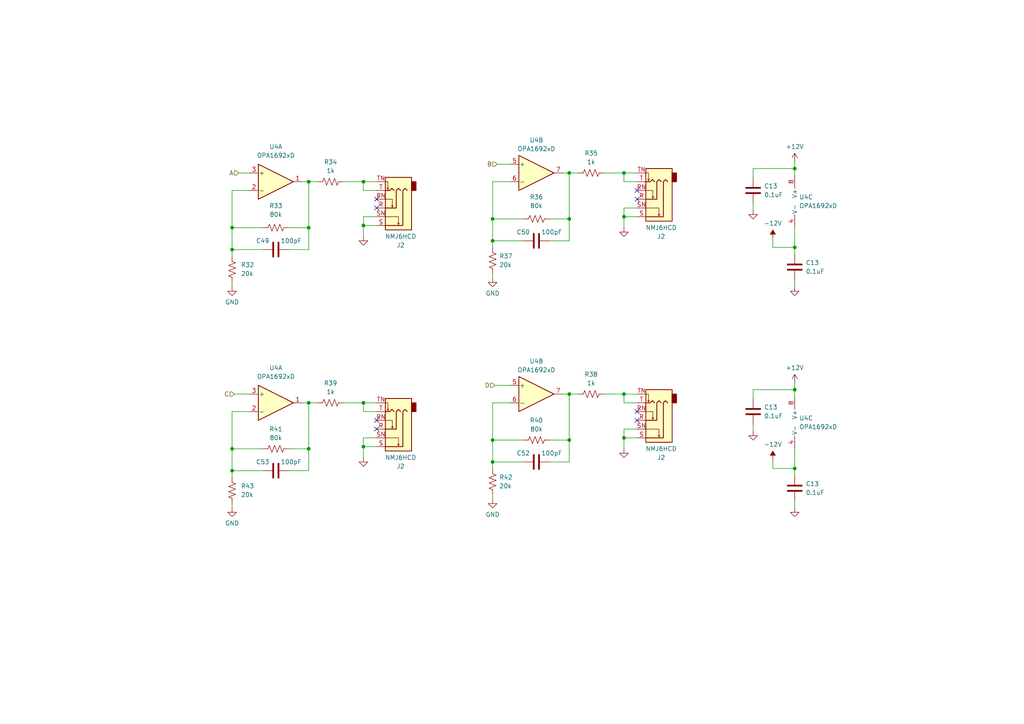
<source format=kicad_sch>
(kicad_sch (version 20230121) (generator eeschema)
  (paper "A4")
  (lib_symbols
    (symbol "Amplifier_Operational:OPA1692xD" (pin_names (offset 0.127))
      (property "Reference" "U" (at 2.54 6.35 0))
      (property "Value" "OPA1692xD" (at 2.54 3.81 0))
      (symbol "OPA1692xD_1_1"
        (polyline (pts (xy 5.08 0) (xy -5.08 5.08) (xy -5.08 -5.08) (xy 5.08 0)) (stroke (width 0.254)) (fill (type background)))
        (pin output line (at 7.62 0 180) (length 2.54) (name "~") (number "1"))
        (pin input line (at -7.62 -2.54 0) (length 2.54) (name "-") (number "2"))
        (pin input line (at -7.62 2.54 0) (length 2.54) (name "+") (number "3"))
      )
      (symbol "OPA1692xD_2_1"
        (polyline (pts (xy 5.08 0) (xy -5.08 5.08) (xy -5.08 -5.08) (xy 5.08 0)) (stroke (width 0.254)) (fill (type background)))
        (pin input line (at -7.62 2.54 0) (length 2.54) (name "+") (number "5"))
        (pin input line (at -7.62 -2.54 0) (length 2.54) (name "-") (number "6"))
        (pin output line (at 7.62 0 180) (length 2.54) (name "~") (number "7"))
      )
      (symbol "OPA1692xD_3_1"
        (pin power_in line (at 0 -7.62 90) (length 3.81) (name "V-") (number "4"))
        (pin power_in line (at 0 7.62 270) (length 3.81) (name "V+") (number "8"))
      )
    )
    (symbol "Connector_Audio:AudioJack3_Switch"
      (property "Reference" "J" (at 0 11.43 0))
      (property "Value" "AudioJack3_Switch" (at 0 8.89 0))
      (symbol "AudioJack3_Switch_0_1"
        (rectangle (start -5.08 -5.08) (end -6.35 -7.62) (stroke (width 0.254)) (fill (type outline)))
        (polyline (pts (xy -1.27 4.826) (xy -1.016 4.318)))
        (polyline (pts (xy 0.508 -0.254) (xy 0.762 -0.762)))
        (polyline (pts (xy 1.778 -5.334) (xy 2.032 -5.842)))
        (polyline (pts (xy 0 -5.08) (xy 0.635 -5.715) (xy 1.27 -5.08) (xy 2.54 -5.08)) (stroke (width 0.254)))
        (polyline (pts (xy 2.54 -7.62) (xy 1.778 -7.62) (xy 1.778 -5.334) (xy 1.524 -5.842)))
        (polyline (pts (xy 2.54 -2.54) (xy 0.508 -2.54) (xy 0.508 -0.254) (xy 0.254 -0.762)))
        (polyline (pts (xy 2.54 2.54) (xy -1.27 2.54) (xy -1.27 4.826) (xy -1.524 4.318)))
        (polyline (pts (xy -1.905 -5.08) (xy -1.27 -5.715) (xy -0.635 -5.08) (xy -0.635 0) (xy 2.54 0)) (stroke (width 0.254)))
        (polyline (pts (xy 2.54 5.08) (xy -2.54 5.08) (xy -2.54 -5.08) (xy -3.175 -5.715) (xy -3.81 -5.08)) (stroke (width 0.254)))
        (rectangle (start 2.54 6.35) (end -5.08 -8.89) (stroke (width 0.254)) (fill (type background)))
      )
      (symbol "AudioJack3_Switch_1_1"
        (pin passive line (at 5.08 0 180) (length 2.54) (name "~") (number "R"))
        (pin passive line (at 5.08 -2.54 180) (length 2.54) (name "~") (number "RN"))
        (pin passive line (at 5.08 5.08 180) (length 2.54) (name "~") (number "S"))
        (pin passive line (at 5.08 2.54 180) (length 2.54) (name "~") (number "SN"))
        (pin passive line (at 5.08 -5.08 180) (length 2.54) (name "~") (number "T"))
        (pin passive line (at 5.08 -7.62 180) (length 2.54) (name "~") (number "TN"))
      )
    )
    (symbol "Device:C" (pin_numbers hide) (pin_names (offset 0.254))
      (property "Reference" "C" (at 0.635 2.54 0))
      (property "Value" "C" (at 0.635 -2.54 0))
      (symbol "C_0_1"
        (polyline (pts (xy -2.032 -0.762) (xy 2.032 -0.762)) (stroke (width 0.508)))
        (polyline (pts (xy -2.032 0.762) (xy 2.032 0.762)) (stroke (width 0.508)))
      )
      (symbol "C_1_1"
        (pin passive line (at 0 3.81 270) (length 2.794) (name "~") (number "1"))
        (pin passive line (at 0 -3.81 90) (length 2.794) (name "~") (number "2"))
      )
    )
    (symbol "Device:R_US" (pin_numbers hide) (pin_names (offset 0))
      (property "Reference" "R" (at 2.54 0 90))
      (property "Value" "R_US" (at -2.54 0 90))
      (symbol "R_US_0_1"
        (polyline (pts (xy 0 -2.286) (xy 0 -2.54)))
        (polyline (pts (xy 0 2.286) (xy 0 2.54)))
        (polyline (pts (xy 0 -0.762) (xy 1.016 -1.143) (xy 0 -1.524) (xy -1.016 -1.905) (xy 0 -2.286)))
        (polyline (pts (xy 0 0.762) (xy 1.016 0.381) (xy 0 0) (xy -1.016 -0.381) (xy 0 -0.762)))
        (polyline (pts (xy 0 2.286) (xy 1.016 1.905) (xy 0 1.524) (xy -1.016 1.143) (xy 0 0.762)))
      )
      (symbol "R_US_1_1"
        (pin passive line (at 0 3.81 270) (length 1.27) (name "~") (number "1"))
        (pin passive line (at 0 -3.81 90) (length 1.27) (name "~") (number "2"))
      )
    )
    (symbol "power:+12V" (power) (pin_names (offset 0))
      (property "Value" "+12V" (at 0 3.556 0))
      (symbol "+12V_0_1"
        (polyline (pts (xy -0.762 1.27) (xy 0 2.54)))
        (polyline (pts (xy 0 0) (xy 0 2.54)))
        (polyline (pts (xy 0 2.54) (xy 0.762 1.27)))
      )
      (symbol "+12V_1_1"
        (pin power_in line (at 0 0 90) (length 0) hide (name "+12V") (number "1"))
      )
    )
    (symbol "power:-12V" (power) (pin_names (offset 0))
      (property "Value" "-12V" (at 0 3.81 0))
      (symbol "-12V_0_0"
        (pin power_in line (at 0 0 90) (length 0) hide (name "-12V") (number "1"))
      )
      (symbol "-12V_0_1"
        (polyline (pts (xy 0 0) (xy 0 1.27) (xy 0.762 1.27) (xy 0 2.54) (xy -0.762 1.27) (xy 0 1.27)) (fill (type outline)))
      )
    )
    (symbol "power:GND" (power) (pin_names (offset 0))
      (property "Value" "GND" (at 0 -3.81 0))
      (symbol "GND_0_1"
        (polyline (pts (xy 0 0) (xy 0 -1.27) (xy 1.27 -1.27) (xy 0 -2.54) (xy -1.27 -1.27) (xy 0 -1.27)))
      )
      (symbol "GND_1_1"
        (pin power_in line (at 0 0 270) (length 0) hide (name "GND") (number "1"))
      )
    )
  )
  (junction (at 165.1 114.3))
  (junction (at 142.875 133.985))
  (junction (at 142.875 127.635))
  (junction (at 180.975 62.865))
  (junction (at 105.41 65.405))
  (junction (at 142.875 63.5))
  (junction (at 142.875 69.85))
  (junction (at 67.31 66.04))
  (junction (at 165.1 50.165))
  (junction (at 165.1 127.635))
  (junction (at 180.975 50.165))
  (junction (at 105.41 129.54))
  (junction (at 230.505 135.89))
  (junction (at 230.505 113.03))
  (junction (at 67.31 130.175))
  (junction (at 89.535 130.175))
  (junction (at 230.505 71.755))
  (junction (at 67.31 72.39))
  (junction (at 89.535 116.84))
  (junction (at 67.31 136.525))
  (junction (at 89.535 52.705))
  (junction (at 230.505 48.895))
  (junction (at 180.975 127))
  (junction (at 165.1 63.5))
  (junction (at 105.41 52.705))
  (junction (at 89.535 66.04))
  (junction (at 180.975 114.3))
  (junction (at 105.41 116.84))
  (no_connect (at 184.785 57.785))
  (no_connect (at 184.785 119.38))
  (no_connect (at 109.22 60.325))
  (no_connect (at 184.785 121.92))
  (no_connect (at 109.22 121.92))
  (no_connect (at 109.22 57.785))
  (no_connect (at 109.22 124.46))
  (no_connect (at 184.785 55.245))
  (wire (pts (xy 142.875 143.51) (xy 142.875 144.78)))
  (wire (pts (xy 218.44 123.19) (xy 218.44 125.095)))
  (wire (pts (xy 142.875 69.85) (xy 151.765 69.85)))
  (wire (pts (xy 142.875 116.84) (xy 142.875 127.635)))
  (wire (pts (xy 142.875 127.635) (xy 142.875 133.985)))
  (wire (pts (xy 89.535 72.39) (xy 83.82 72.39)))
  (wire (pts (xy 184.785 116.84) (xy 180.975 116.84)))
  (wire (pts (xy 165.1 69.85) (xy 165.1 63.5)))
  (wire (pts (xy 76.2 130.175) (xy 67.31 130.175)))
  (wire (pts (xy 163.195 114.3) (xy 165.1 114.3)))
  (wire (pts (xy 99.695 52.705) (xy 105.41 52.705)))
  (wire (pts (xy 230.505 135.89) (xy 230.505 137.795)))
  (wire (pts (xy 89.535 130.175) (xy 83.82 130.175)))
  (wire (pts (xy 142.875 133.985) (xy 142.875 135.89)))
  (wire (pts (xy 224.155 71.755) (xy 224.155 69.215)))
  (wire (pts (xy 230.505 46.99) (xy 230.505 48.895)))
  (wire (pts (xy 109.22 116.84) (xy 105.41 116.84)))
  (wire (pts (xy 67.31 146.05) (xy 67.31 147.32)))
  (wire (pts (xy 180.975 52.705) (xy 180.975 50.165)))
  (wire (pts (xy 87.63 52.705) (xy 89.535 52.705)))
  (wire (pts (xy 105.41 127) (xy 105.41 129.54)))
  (wire (pts (xy 109.22 127) (xy 105.41 127)))
  (wire (pts (xy 67.31 72.39) (xy 67.31 74.295)))
  (wire (pts (xy 105.41 55.245) (xy 105.41 52.705)))
  (wire (pts (xy 89.535 66.04) (xy 83.82 66.04)))
  (wire (pts (xy 218.44 48.895) (xy 230.505 48.895)))
  (wire (pts (xy 230.505 66.04) (xy 230.505 71.755)))
  (wire (pts (xy 184.785 62.865) (xy 180.975 62.865)))
  (wire (pts (xy 89.535 66.04) (xy 89.535 72.39)))
  (wire (pts (xy 175.26 114.3) (xy 180.975 114.3)))
  (wire (pts (xy 142.875 63.5) (xy 142.875 69.85)))
  (wire (pts (xy 144.145 47.625) (xy 147.955 47.625)))
  (wire (pts (xy 184.785 52.705) (xy 180.975 52.705)))
  (wire (pts (xy 105.41 65.405) (xy 105.41 68.58)))
  (wire (pts (xy 230.505 113.03) (xy 230.505 114.935)))
  (wire (pts (xy 109.22 65.405) (xy 105.41 65.405)))
  (wire (pts (xy 89.535 116.84) (xy 89.535 130.175)))
  (wire (pts (xy 109.22 62.865) (xy 105.41 62.865)))
  (wire (pts (xy 67.31 66.04) (xy 67.31 72.39)))
  (wire (pts (xy 99.695 116.84) (xy 105.41 116.84)))
  (wire (pts (xy 165.1 50.165) (xy 165.1 63.5)))
  (wire (pts (xy 159.385 127.635) (xy 165.1 127.635)))
  (wire (pts (xy 165.1 114.3) (xy 165.1 127.635)))
  (wire (pts (xy 89.535 52.705) (xy 89.535 66.04)))
  (wire (pts (xy 142.875 133.985) (xy 151.765 133.985)))
  (wire (pts (xy 89.535 116.84) (xy 92.075 116.84)))
  (wire (pts (xy 142.875 69.85) (xy 142.875 71.755)))
  (wire (pts (xy 218.44 59.055) (xy 218.44 60.96)))
  (wire (pts (xy 224.155 135.89) (xy 224.155 133.35)))
  (wire (pts (xy 180.975 60.325) (xy 180.975 62.865)))
  (wire (pts (xy 230.505 81.28) (xy 230.505 83.185)))
  (wire (pts (xy 165.1 50.165) (xy 167.64 50.165)))
  (wire (pts (xy 180.975 116.84) (xy 180.975 114.3)))
  (wire (pts (xy 159.385 133.985) (xy 165.1 133.985)))
  (wire (pts (xy 89.535 130.175) (xy 89.535 136.525)))
  (wire (pts (xy 159.385 69.85) (xy 165.1 69.85)))
  (wire (pts (xy 151.765 127.635) (xy 142.875 127.635)))
  (wire (pts (xy 147.955 116.84) (xy 142.875 116.84)))
  (wire (pts (xy 230.505 71.755) (xy 224.155 71.755)))
  (wire (pts (xy 69.215 50.165) (xy 72.39 50.165)))
  (wire (pts (xy 109.22 52.705) (xy 105.41 52.705)))
  (wire (pts (xy 230.505 135.89) (xy 224.155 135.89)))
  (wire (pts (xy 67.31 72.39) (xy 76.2 72.39)))
  (wire (pts (xy 109.22 119.38) (xy 105.41 119.38)))
  (wire (pts (xy 159.385 63.5) (xy 165.1 63.5)))
  (wire (pts (xy 142.875 79.375) (xy 142.875 80.645)))
  (wire (pts (xy 184.785 114.3) (xy 180.975 114.3)))
  (wire (pts (xy 230.505 130.175) (xy 230.505 135.89)))
  (wire (pts (xy 230.505 111.125) (xy 230.505 113.03)))
  (wire (pts (xy 147.955 52.705) (xy 142.875 52.705)))
  (wire (pts (xy 165.1 133.985) (xy 165.1 127.635)))
  (wire (pts (xy 180.975 62.865) (xy 180.975 66.04)))
  (wire (pts (xy 105.41 129.54) (xy 105.41 132.715)))
  (wire (pts (xy 184.785 124.46) (xy 180.975 124.46)))
  (wire (pts (xy 142.875 52.705) (xy 142.875 63.5)))
  (wire (pts (xy 67.31 81.915) (xy 67.31 83.185)))
  (wire (pts (xy 109.22 55.245) (xy 105.41 55.245)))
  (wire (pts (xy 89.535 52.705) (xy 92.075 52.705)))
  (wire (pts (xy 76.2 66.04) (xy 67.31 66.04)))
  (wire (pts (xy 218.44 113.03) (xy 230.505 113.03)))
  (wire (pts (xy 180.975 127) (xy 180.975 130.175)))
  (wire (pts (xy 175.26 50.165) (xy 180.975 50.165)))
  (wire (pts (xy 67.31 136.525) (xy 67.31 138.43)))
  (wire (pts (xy 143.51 111.76) (xy 147.955 111.76)))
  (wire (pts (xy 218.44 51.435) (xy 218.44 48.895)))
  (wire (pts (xy 67.31 119.38) (xy 67.31 130.175)))
  (wire (pts (xy 67.31 130.175) (xy 67.31 136.525)))
  (wire (pts (xy 67.31 55.245) (xy 67.31 66.04)))
  (wire (pts (xy 218.44 115.57) (xy 218.44 113.03)))
  (wire (pts (xy 184.785 127) (xy 180.975 127)))
  (wire (pts (xy 180.975 124.46) (xy 180.975 127)))
  (wire (pts (xy 105.41 62.865) (xy 105.41 65.405)))
  (wire (pts (xy 87.63 116.84) (xy 89.535 116.84)))
  (wire (pts (xy 230.505 48.895) (xy 230.505 50.8)))
  (wire (pts (xy 165.1 114.3) (xy 167.64 114.3)))
  (wire (pts (xy 151.765 63.5) (xy 142.875 63.5)))
  (wire (pts (xy 230.505 145.415) (xy 230.505 147.32)))
  (wire (pts (xy 230.505 71.755) (xy 230.505 73.66)))
  (wire (pts (xy 184.785 50.165) (xy 180.975 50.165)))
  (wire (pts (xy 105.41 119.38) (xy 105.41 116.84)))
  (wire (pts (xy 72.39 119.38) (xy 67.31 119.38)))
  (wire (pts (xy 72.39 55.245) (xy 67.31 55.245)))
  (wire (pts (xy 109.22 129.54) (xy 105.41 129.54)))
  (wire (pts (xy 89.535 136.525) (xy 83.82 136.525)))
  (wire (pts (xy 67.945 114.3) (xy 72.39 114.3)))
  (wire (pts (xy 67.31 136.525) (xy 76.2 136.525)))
  (wire (pts (xy 184.785 60.325) (xy 180.975 60.325)))
  (wire (pts (xy 163.195 50.165) (xy 165.1 50.165)))
  (hierarchical_label "D" (shape input) (at 143.51 111.76 180))
  (hierarchical_label "A" (shape input) (at 69.215 50.165 180))
  (hierarchical_label "B" (shape input) (at 144.145 47.625 180))
  (hierarchical_label "C" (shape input) (at 67.945 114.3 180))
  (symbol (lib_id "Device:R_US") (at 67.31 142.24 0) (unit 1)
    (property "Reference" "R43" (at 69.85 140.97 0) (effects (justify left)))
    (property "Value" "20k" (at 69.85 143.51 0) (effects (justify left)))
  )
  (symbol (lib_id "power:GND") (at 67.31 147.32 0) (unit 1)
    (property "Reference" "#PWR0100" (effects hide))
    (property "Value" "GND" (at 67.31 151.765 0))
  )
  (symbol (lib_id "Device:R_US") (at 80.01 66.04 270) (unit 1)
    (property "Reference" "R33" (at 80.01 59.69 90))
    (property "Value" "80k" (at 80.01 62.23 90))
  )
  (symbol (lib_id "Device:C") (at 230.505 141.605 0) (unit 1)
    (property "Reference" "C13" (at 233.68 140.335 0) (effects (justify left)))
    (property "Value" "0.1uF" (at 233.68 142.875 0) (effects (justify left)))
    (property "Footprint" "Capacitor_SMD:C_0805_2012Metric_Pad1.18x1.45mm_HandSolder" (effects hide))
    (property "DK PN" "1276-1003-1-ND" (effects hide))
    (property "MPN" "CL21B104KBCNNNC" (effects hide))
    (instances (project "Quad Joystick Mixer" (path "" (reference "C13") (unit 1)) (path "" (reference "C11") (unit 1)) (path "" (reference "C30") (unit 1)) (path "" (reference "C9") (unit 1)) (path "" (reference "C54") (unit 1))))
  )
  (symbol (lib_id "power:GND") (at 218.44 125.095 0) (unit 1)
    (property "Reference" "#PWR046" (effects hide))
    (property "Value" "GND" (effects hide))
    (instances (project "Quad Joystick Mixer" (path "" (reference "#PWR046") (unit 1)) (path "" (reference "#PWR048") (unit 1)) (path "" (reference "#PWR095") (unit 1))))
  )
  (symbol (lib_id "power:GND") (at 142.875 144.78 0) (unit 1)
    (property "Reference" "#PWR099" (effects hide))
    (property "Value" "GND" (at 142.875 149.225 0))
  )
  (symbol (lib_id "Device:R_US") (at 95.885 116.84 270) (unit 1)
    (property "Reference" "R39" (at 95.885 111.125 90))
    (property "Value" "1k" (at 95.885 113.665 90))
  )
  (symbol (lib_id "Amplifier_Operational:OPA1692xD") (at 230.505 58.42 0) (unit 3)
    (property "Reference" "U4" (at 231.775 57.15 0) (effects (justify left)))
    (property "Value" "OPA1692xD" (at 231.775 59.69 0) (effects (justify left)))
    (property "Footprint" "Package_SO:SOIC-8_3.9x4.9mm_P1.27mm" (effects hide))
    (property "Datasheet" "https://www.ti.com/lit/ds/symlink/opa1692.pdf" (effects hide))
    (instances (project "Quad Joystick Mixer" (path "" (reference "U4") (unit 3)) (path "" (reference "U6") (unit 3)) (path "" (reference "U11") (unit 3))))
  )
  (symbol (lib_id "power:+12V") (at 230.505 46.99 0) (unit 1)
    (property "Reference" "#PWR040" (effects hide))
    (property "Value" "+12V" (at 230.505 42.545 0))
    (instances (project "Quad Joystick Mixer" (path "" (reference "#PWR040") (unit 1)) (path "" (reference "#PWR015") (unit 1)) (path "" (reference "#PWR044") (unit 1)) (path "" (reference "#PWR029") (unit 1)) (path "" (reference "#PWR081") (unit 1))))
  )
  (symbol (lib_id "Connector_Audio:AudioJack3_Switch") (at 189.865 121.92 180) (unit 1)
    (property "Reference" "J2" (at 191.77 132.715 0))
    (property "Value" "NMJ6HCD" (at 191.77 130.175 0))
    (property "Footprint" "Eyewool Connectors:NMJ6HCD" (effects hide))
    (instances (project "Quad Joystick Mixer" (path "" (reference "J2") (unit 1)) (path "" (reference "J6") (unit 1))))
  )
  (symbol (lib_id "power:GND") (at 105.41 132.715 0) (mirror y) (unit 1)
    (property "Reference" "#PWR08" (effects hide))
    (property "Value" "GND" (effects hide))
    (instances (project "Quad Joystick Mixer" (path "" (reference "#PWR08") (unit 1)) (path "" (reference "#PWR097") (unit 1))))
  )
  (symbol (lib_id "power:GND") (at 230.505 147.32 0) (unit 1)
    (property "Reference" "#PWR047" (effects hide))
    (property "Value" "GND" (effects hide))
    (instances (project "Quad Joystick Mixer" (path "" (reference "#PWR047") (unit 1)) (path "" (reference "#PWR053") (unit 1)) (path "" (reference "#PWR0101") (unit 1))))
  )
  (symbol (lib_id "Connector_Audio:AudioJack3_Switch") (at 114.3 124.46 180) (unit 1)
    (property "Reference" "J2" (at 116.205 135.255 0))
    (property "Value" "NMJ6HCD" (at 116.205 132.715 0))
    (property "Footprint" "Eyewool Connectors:NMJ6HCD" (effects hide))
    (instances (project "Quad Joystick Mixer" (path "" (reference "J2") (unit 1)) (path "" (reference "J7") (unit 1))))
  )
  (symbol (lib_id "Amplifier_Operational:OPA1692xD") (at 230.505 122.555 0) (unit 3)
    (property "Reference" "U4" (at 231.775 121.285 0) (effects (justify left)))
    (property "Value" "OPA1692xD" (at 231.775 123.825 0) (effects (justify left)))
    (property "Footprint" "Package_SO:SOIC-8_3.9x4.9mm_P1.27mm" (effects hide))
    (property "Datasheet" "https://www.ti.com/lit/ds/symlink/opa1692.pdf" (effects hide))
    (instances (project "Quad Joystick Mixer" (path "" (reference "U4") (unit 3)) (path "" (reference "U6") (unit 3)) (path "" (reference "U12") (unit 3))))
  )
  (symbol (lib_id "Device:C") (at 80.01 136.525 90) (unit 1)
    (property "Reference" "C53" (at 76.2 133.985 90))
    (property "Value" "100pF" (at 84.455 133.985 90))
  )
  (symbol (lib_id "power:-12V") (at 224.155 133.35 0) (unit 1)
    (property "Reference" "#PWR038" (effects hide))
    (property "Value" "-12V" (at 224.155 128.905 0))
    (instances (project "Quad Joystick Mixer" (path "" (reference "#PWR038") (unit 1)) (path "" (reference "#PWR08") (unit 1)) (path "" (reference "#PWR045") (unit 1)) (path "" (reference "#PWR049") (unit 1)) (path "" (reference "#PWR098") (unit 1))))
  )
  (symbol (lib_id "power:GND") (at 142.875 80.645 0) (unit 1)
    (property "Reference" "#PWR093" (effects hide))
    (property "Value" "GND" (at 142.875 85.09 0))
  )
  (symbol (lib_id "power:GND") (at 180.975 130.175 0) (mirror y) (unit 1)
    (property "Reference" "#PWR08" (effects hide))
    (property "Value" "GND" (effects hide))
    (instances (project "Quad Joystick Mixer" (path "" (reference "#PWR08") (unit 1)) (path "" (reference "#PWR096") (unit 1))))
  )
  (symbol (lib_id "Device:C") (at 218.44 55.245 0) (unit 1)
    (property "Reference" "C13" (at 221.615 53.975 0) (effects (justify left)))
    (property "Value" "0.1uF" (at 221.615 56.515 0) (effects (justify left)))
    (property "Footprint" "Capacitor_SMD:C_0805_2012Metric_Pad1.18x1.45mm_HandSolder" (effects hide))
    (property "DK PN" "1276-1003-1-ND" (effects hide))
    (property "MPN" "CL21B104KBCNNNC" (effects hide))
    (instances (project "Quad Joystick Mixer" (path "" (reference "C13") (unit 1)) (path "" (reference "C11") (unit 1)) (path "" (reference "C31") (unit 1)) (path "" (reference "C8") (unit 1)) (path "" (reference "C43") (unit 1))))
  )
  (symbol (lib_id "Device:C") (at 80.01 72.39 90) (unit 1)
    (property "Reference" "C49" (at 76.2 69.85 90))
    (property "Value" "100pF" (at 84.455 69.85 90))
  )
  (symbol (lib_id "power:+12V") (at 230.505 111.125 0) (unit 1)
    (property "Reference" "#PWR040" (effects hide))
    (property "Value" "+12V" (at 230.505 106.68 0))
    (instances (project "Quad Joystick Mixer" (path "" (reference "#PWR040") (unit 1)) (path "" (reference "#PWR015") (unit 1)) (path "" (reference "#PWR044") (unit 1)) (path "" (reference "#PWR029") (unit 1)) (path "" (reference "#PWR094") (unit 1))))
  )
  (symbol (lib_id "Device:R_US") (at 171.45 114.3 270) (unit 1)
    (property "Reference" "R38" (at 171.45 108.585 90))
    (property "Value" "1k" (at 171.45 111.125 90))
  )
  (symbol (lib_id "Connector_Audio:AudioJack3_Switch") (at 114.3 60.325 180) (unit 1)
    (property "Reference" "J2" (at 116.205 71.12 0))
    (property "Value" "NMJ6HCD" (at 116.205 68.58 0))
    (property "Footprint" "Eyewool Connectors:NMJ6HCD" (effects hide))
    (instances (project "Quad Joystick Mixer" (path "" (reference "J2") (unit 1)) (path "" (reference "J4") (unit 1))))
  )
  (symbol (lib_id "Amplifier_Operational:OPA1692xD") (at 80.01 116.84 0) (unit 1)
    (property "Reference" "U4" (at 80.01 106.68 0))
    (property "Value" "OPA1692xD" (at 80.01 109.22 0))
    (property "Footprint" "Package_SO:SOIC-8_3.9x4.9mm_P1.27mm" (effects hide))
    (property "Datasheet" "https://www.ti.com/lit/ds/symlink/opa1692.pdf" (effects hide))
    (instances (project "Quad Joystick Mixer" (path "" (reference "U4") (unit 1)) (path "" (reference "U6") (unit 1)) (path "" (reference "U12") (unit 1))))
  )
  (symbol (lib_id "Device:R_US") (at 95.885 52.705 270) (unit 1)
    (property "Reference" "R34" (at 95.885 46.99 90))
    (property "Value" "1k" (at 95.885 49.53 90))
  )
  (symbol (lib_id "Amplifier_Operational:OPA1692xD") (at 155.575 114.3 0) (unit 2)
    (property "Reference" "U4" (at 155.575 104.775 0))
    (property "Value" "OPA1692xD" (at 155.575 107.315 0))
    (property "Footprint" "Package_SO:SOIC-8_3.9x4.9mm_P1.27mm" (effects hide))
    (property "Datasheet" "https://www.ti.com/lit/ds/symlink/opa1692.pdf" (effects hide))
    (instances (project "Quad Joystick Mixer" (path "" (reference "U4") (unit 2)) (path "" (reference "U6") (unit 2)) (path "" (reference "U12") (unit 2))))
  )
  (symbol (lib_id "Device:C") (at 155.575 69.85 90) (unit 1)
    (property "Reference" "C50" (at 151.765 67.31 90))
    (property "Value" "100pF" (at 160.02 67.31 90))
  )
  (symbol (lib_id "power:GND") (at 67.31 83.185 0) (unit 1)
    (property "Reference" "#PWR090" (effects hide))
    (property "Value" "GND" (at 67.31 87.63 0))
  )
  (symbol (lib_id "Amplifier_Operational:OPA1692xD") (at 155.575 50.165 0) (unit 2)
    (property "Reference" "U4" (at 155.575 40.64 0))
    (property "Value" "OPA1692xD" (at 155.575 43.18 0))
    (property "Footprint" "Package_SO:SOIC-8_3.9x4.9mm_P1.27mm" (effects hide))
    (property "Datasheet" "https://www.ti.com/lit/ds/symlink/opa1692.pdf" (effects hide))
    (instances (project "Quad Joystick Mixer" (path "" (reference "U4") (unit 2)) (path "" (reference "U6") (unit 2)) (path "" (reference "U11") (unit 2))))
  )
  (symbol (lib_id "Device:R_US") (at 67.31 78.105 0) (unit 1)
    (property "Reference" "R32" (at 69.85 76.835 0) (effects (justify left)))
    (property "Value" "20k" (at 69.85 79.375 0) (effects (justify left)))
  )
  (symbol (lib_id "Device:R_US") (at 142.875 75.565 0) (unit 1)
    (property "Reference" "R37" (at 144.78 74.295 0) (effects (justify left)))
    (property "Value" "20k" (at 144.78 76.835 0) (effects (justify left)))
  )
  (symbol (lib_id "Device:C") (at 155.575 133.985 90) (unit 1)
    (property "Reference" "C52" (at 151.765 131.445 90))
    (property "Value" "100pF" (at 160.02 131.445 90))
  )
  (symbol (lib_id "power:GND") (at 180.975 66.04 0) (mirror y) (unit 1)
    (property "Reference" "#PWR08" (effects hide))
    (property "Value" "GND" (effects hide))
    (instances (project "Quad Joystick Mixer" (path "" (reference "#PWR08") (unit 1)) (path "" (reference "#PWR092") (unit 1))))
  )
  (symbol (lib_id "Amplifier_Operational:OPA1692xD") (at 80.01 52.705 0) (unit 1)
    (property "Reference" "U4" (at 80.01 42.545 0))
    (property "Value" "OPA1692xD" (at 80.01 45.085 0))
    (property "Footprint" "Package_SO:SOIC-8_3.9x4.9mm_P1.27mm" (effects hide))
    (property "Datasheet" "https://www.ti.com/lit/ds/symlink/opa1692.pdf" (effects hide))
    (instances (project "Quad Joystick Mixer" (path "" (reference "U4") (unit 1)) (path "" (reference "U6") (unit 1)) (path "" (reference "U11") (unit 1))))
  )
  (symbol (lib_id "power:GND") (at 230.505 83.185 0) (unit 1)
    (property "Reference" "#PWR047" (effects hide))
    (property "Value" "GND" (effects hide))
    (instances (project "Quad Joystick Mixer" (path "" (reference "#PWR047") (unit 1)) (path "" (reference "#PWR053") (unit 1)) (path "" (reference "#PWR084") (unit 1))))
  )
  (symbol (lib_id "Connector_Audio:AudioJack3_Switch") (at 189.865 57.785 180) (unit 1)
    (property "Reference" "J2" (at 191.77 68.58 0))
    (property "Value" "NMJ6HCD" (at 191.77 66.04 0))
    (property "Footprint" "Eyewool Connectors:NMJ6HCD" (effects hide))
    (instances (project "Quad Joystick Mixer" (path "" (reference "J2") (unit 1)) (path "" (reference "J5") (unit 1))))
  )
  (symbol (lib_id "Device:R_US") (at 155.575 127.635 270) (unit 1)
    (property "Reference" "R40" (at 155.575 121.92 90))
    (property "Value" "80k" (at 155.575 124.46 90))
  )
  (symbol (lib_id "Device:R_US") (at 80.01 130.175 270) (unit 1)
    (property "Reference" "R41" (at 80.01 124.46 90))
    (property "Value" "80k" (at 80.01 127 90))
  )
  (symbol (lib_id "Device:C") (at 218.44 119.38 0) (unit 1)
    (property "Reference" "C13" (at 221.615 118.11 0) (effects (justify left)))
    (property "Value" "0.1uF" (at 221.615 120.65 0) (effects (justify left)))
    (property "Footprint" "Capacitor_SMD:C_0805_2012Metric_Pad1.18x1.45mm_HandSolder" (effects hide))
    (property "DK PN" "1276-1003-1-ND" (effects hide))
    (property "MPN" "CL21B104KBCNNNC" (effects hide))
    (instances (project "Quad Joystick Mixer" (path "" (reference "C13") (unit 1)) (path "" (reference "C11") (unit 1)) (path "" (reference "C31") (unit 1)) (path "" (reference "C8") (unit 1)) (path "" (reference "C51") (unit 1))))
  )
  (symbol (lib_id "Device:R_US") (at 155.575 63.5 270) (unit 1)
    (property "Reference" "R36" (at 155.575 57.15 90))
    (property "Value" "80k" (at 155.575 59.69 90))
  )
  (symbol (lib_id "Device:R_US") (at 171.45 50.165 270) (unit 1)
    (property "Reference" "R35" (at 171.45 44.45 90))
    (property "Value" "1k" (at 171.45 46.99 90))
  )
  (symbol (lib_id "Device:C") (at 230.505 77.47 0) (unit 1)
    (property "Reference" "C13" (at 233.68 76.2 0) (effects (justify left)))
    (property "Value" "0.1uF" (at 233.68 78.74 0) (effects (justify left)))
    (property "Footprint" "Capacitor_SMD:C_0805_2012Metric_Pad1.18x1.45mm_HandSolder" (effects hide))
    (property "DK PN" "1276-1003-1-ND" (effects hide))
    (property "MPN" "CL21B104KBCNNNC" (effects hide))
    (instances (project "Quad Joystick Mixer" (path "" (reference "C13") (unit 1)) (path "" (reference "C11") (unit 1)) (path "" (reference "C30") (unit 1)) (path "" (reference "C9") (unit 1)) (path "" (reference "C44") (unit 1))))
  )
  (symbol (lib_id "power:-12V") (at 224.155 69.215 0) (unit 1)
    (property "Reference" "#PWR038" (effects hide))
    (property "Value" "-12V" (at 224.155 64.77 0))
    (instances (project "Quad Joystick Mixer" (path "" (reference "#PWR038") (unit 1)) (path "" (reference "#PWR08") (unit 1)) (path "" (reference "#PWR045") (unit 1)) (path "" (reference "#PWR049") (unit 1)) (path "" (reference "#PWR083") (unit 1))))
  )
  (symbol (lib_id "power:GND") (at 218.44 60.96 0) (unit 1)
    (property "Reference" "#PWR046" (effects hide))
    (property "Value" "GND" (effects hide))
    (instances (project "Quad Joystick Mixer" (path "" (reference "#PWR046") (unit 1)) (path "" (reference "#PWR048") (unit 1)) (path "" (reference "#PWR082") (unit 1))))
  )
  (symbol (lib_id "power:GND") (at 105.41 68.58 0) (mirror y) (unit 1)
    (property "Reference" "#PWR08" (effects hide))
    (property "Value" "GND" (effects hide))
    (instances (project "Quad Joystick Mixer" (path "" (reference "#PWR08") (unit 1)) (path "" (reference "#PWR085") (unit 1))))
  )
  (symbol (lib_id "Device:R_US") (at 142.875 139.7 0) (unit 1)
    (property "Reference" "R42" (at 144.78 138.43 0) (effects (justify left)))
    (property "Value" "20k" (at 144.78 140.97 0) (effects (justify left)))
  )
)
</source>
